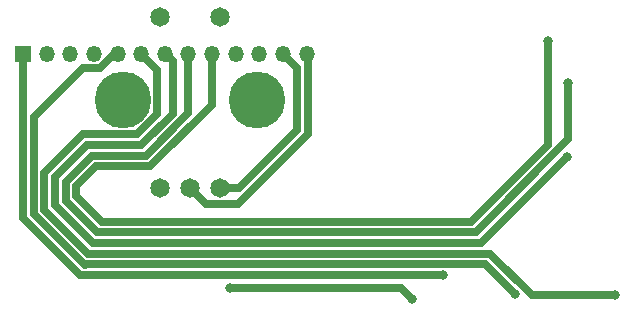
<source format=gbl>
%TF.GenerationSoftware,KiCad,Pcbnew,(6.0.0)*%
%TF.CreationDate,2022-03-13T17:58:50-04:00*%
%TF.ProjectId,jaguar controller top pcb,6a616775-6172-4206-936f-6e74726f6c6c,rev?*%
%TF.SameCoordinates,Original*%
%TF.FileFunction,Copper,L2,Bot*%
%TF.FilePolarity,Positive*%
%FSLAX46Y46*%
G04 Gerber Fmt 4.6, Leading zero omitted, Abs format (unit mm)*
G04 Created by KiCad (PCBNEW (6.0.0)) date 2022-03-13 17:58:50*
%MOMM*%
%LPD*%
G01*
G04 APERTURE LIST*
%TA.AperFunction,ComponentPad*%
%ADD10C,1.650000*%
%TD*%
%TA.AperFunction,ComponentPad*%
%ADD11C,4.800000*%
%TD*%
%TA.AperFunction,ComponentPad*%
%ADD12R,1.350000X1.350000*%
%TD*%
%TA.AperFunction,ComponentPad*%
%ADD13O,1.350000X1.350000*%
%TD*%
%TA.AperFunction,ViaPad*%
%ADD14C,0.800000*%
%TD*%
%TA.AperFunction,Conductor*%
%ADD15C,0.700000*%
%TD*%
G04 APERTURE END LIST*
D10*
%TO.P,VR1,1,1*%
%TO.N,unconnected-(VR1-Pad1)*%
X55488200Y-6487400D03*
%TO.P,VR1,2,2*%
%TO.N,unconnected-(VR1-Pad2)*%
X60488200Y-6487400D03*
%TO.P,VR1,3,A*%
%TO.N,/encoderA*%
X55488200Y-20987400D03*
%TO.P,VR1,4,B*%
%TO.N,/encoderB*%
X60488200Y-20987400D03*
%TO.P,VR1,5,C*%
%TO.N,/encoderC*%
X57988200Y-20987400D03*
D11*
%TO.P,VR1,6*%
%TO.N,N/C*%
X52288200Y-13487400D03*
%TO.P,VR1,7*%
X63688200Y-13487400D03*
%TD*%
D12*
%TO.P,J1,1,Pin_1*%
%TO.N,Net-(J1-Pad1)*%
X43860000Y-9580000D03*
D13*
%TO.P,J1,2,Pin_2*%
%TO.N,/encoderA*%
X45860000Y-9580000D03*
%TO.P,J1,3,Pin_3*%
%TO.N,Net-(J1-Pad3)*%
X47860000Y-9580000D03*
%TO.P,J1,4,Pin_4*%
%TO.N,Net-(J1-Pad4)*%
X49860000Y-9580000D03*
%TO.P,J1,5,Pin_5*%
%TO.N,Net-(J1-Pad5)*%
X51860000Y-9580000D03*
%TO.P,J1,6,Pin_6*%
%TO.N,Net-(J1-Pad6)*%
X53860000Y-9580000D03*
%TO.P,J1,7,Pin_7*%
%TO.N,Net-(J1-Pad7)*%
X55860000Y-9580000D03*
%TO.P,J1,8,Pin_8*%
%TO.N,Net-(J1-Pad8)*%
X57860000Y-9580000D03*
%TO.P,J1,9,Pin_9*%
%TO.N,Net-(J1-Pad9)*%
X59860000Y-9580000D03*
%TO.P,J1,10,Pin_10*%
%TO.N,Net-(J1-Pad10)*%
X61860000Y-9580000D03*
%TO.P,J1,11,Pin_11*%
%TO.N,Net-(J1-Pad11)*%
X63860000Y-9580000D03*
%TO.P,J1,12,Pin_12*%
%TO.N,/encoderB*%
X65860000Y-9580000D03*
%TO.P,J1,13,Pin_13*%
%TO.N,/encoderC*%
X67860000Y-9580000D03*
%TD*%
D14*
%TO.N,/encoderA*%
X61391800Y-29413200D03*
X76758800Y-30353000D03*
%TO.N,Net-(J1-Pad1)*%
X79375000Y-28371800D03*
%TO.N,Net-(J1-Pad5)*%
X85542520Y-29976680D03*
%TO.N,Net-(J1-Pad6)*%
X94005400Y-29997400D03*
%TO.N,Net-(J1-Pad7)*%
X89903300Y-18326100D03*
%TO.N,Net-(J1-Pad8)*%
X90017600Y-12090400D03*
%TO.N,Net-(J1-Pad9)*%
X88280853Y-8493147D03*
%TD*%
D15*
%TO.N,/encoderA*%
X61391800Y-29413200D02*
X75819000Y-29413200D01*
X75819000Y-29413200D02*
X76708000Y-30302200D01*
%TO.N,/encoderB*%
X67084511Y-16049689D02*
X62146800Y-20987400D01*
X62146800Y-20987400D02*
X60488200Y-20987400D01*
X67084511Y-10804511D02*
X67084511Y-16049689D01*
X65860000Y-9580000D02*
X67084511Y-10804511D01*
%TO.N,Net-(J1-Pad1)*%
X43860000Y-9580000D02*
X43860000Y-13075200D01*
X43860000Y-13075200D02*
X43860000Y-23540000D01*
X48691800Y-28371800D02*
X79375000Y-28371800D01*
X43860000Y-23540000D02*
X48691800Y-28371800D01*
%TO.N,/encoderC*%
X62044403Y-22361911D02*
X67984031Y-16422283D01*
X67984031Y-16422283D02*
X67984031Y-9704031D01*
X57988200Y-20987400D02*
X59362711Y-22361911D01*
X59362711Y-22361911D02*
X62044403Y-22361911D01*
X67984031Y-9704031D02*
X67860000Y-9580000D01*
%TO.N,Net-(J1-Pad5)*%
X44759520Y-23167406D02*
X49064394Y-27472280D01*
X48904511Y-10804511D02*
X48155211Y-11553811D01*
X49114385Y-27422289D02*
X82972089Y-27422289D01*
X49064394Y-27472280D02*
X49114385Y-27422289D01*
X44759520Y-14949502D02*
X44759520Y-23167406D01*
X51591721Y-9580000D02*
X50367210Y-10804511D01*
X82972089Y-27422289D02*
X85521800Y-29972000D01*
X50367210Y-10804511D02*
X48904511Y-10804511D01*
X51860000Y-9580000D02*
X51591721Y-9580000D01*
X48155211Y-11553811D02*
X44759520Y-14949502D01*
%TO.N,Net-(J1-Pad6)*%
X49386997Y-26522769D02*
X83431421Y-26522769D01*
X55237711Y-14709129D02*
X53509929Y-16436911D01*
X45659040Y-19695160D02*
X45659040Y-22794812D01*
X83431421Y-26522769D02*
X86906052Y-29997400D01*
X55237711Y-12718111D02*
X55237711Y-14709129D01*
X53860000Y-9580000D02*
X55237711Y-10957711D01*
X86906052Y-29997400D02*
X94005400Y-29997400D01*
X53509929Y-16436911D02*
X48917289Y-16436911D01*
X48917289Y-16436911D02*
X45659040Y-19695160D01*
X55237711Y-10957711D02*
X55237711Y-12718111D01*
X45659040Y-22794812D02*
X49386997Y-26522769D01*
%TO.N,Net-(J1-Pad7)*%
X56535000Y-14683953D02*
X53882522Y-17336431D01*
X56535000Y-10255000D02*
X56535000Y-14683953D01*
X49759591Y-25623249D02*
X82631551Y-25623249D01*
X82631551Y-25623249D02*
X89916000Y-18338800D01*
X55860000Y-9580000D02*
X56535000Y-10255000D01*
X46558560Y-20067754D02*
X46558560Y-22422218D01*
X46558560Y-22422218D02*
X49759591Y-25623249D01*
X49289883Y-17336431D02*
X46558560Y-20067754D01*
X53882522Y-17336431D02*
X49289883Y-17336431D01*
%TO.N,Net-(J1-Pad8)*%
X47458080Y-20440348D02*
X47458080Y-22049624D01*
X82162859Y-24723729D02*
X90032045Y-16854543D01*
X57860000Y-9580000D02*
X57860000Y-14631066D01*
X50132185Y-24723729D02*
X82162859Y-24723729D01*
X49662477Y-18235951D02*
X47458080Y-20440348D01*
X90032045Y-16854543D02*
X90032045Y-12075955D01*
X54255115Y-18235951D02*
X49662477Y-18235951D01*
X47458080Y-22049624D02*
X50132185Y-24723729D01*
X57860000Y-14631066D02*
X54255115Y-18235951D01*
%TO.N,Net-(J1-Pad9)*%
X50035071Y-19135471D02*
X48357600Y-20812942D01*
X54627708Y-19135471D02*
X50035071Y-19135471D01*
X48357600Y-20812942D02*
X48357600Y-21677030D01*
X50504779Y-23824209D02*
X81790265Y-23824209D01*
X88265000Y-17349474D02*
X88265000Y-8483600D01*
X81790265Y-23824209D02*
X88265000Y-17349474D01*
X48357600Y-21677030D02*
X50504779Y-23824209D01*
X59860000Y-9580000D02*
X59860000Y-13903179D01*
X59860000Y-13903179D02*
X54627708Y-19135471D01*
%TD*%
M02*

</source>
